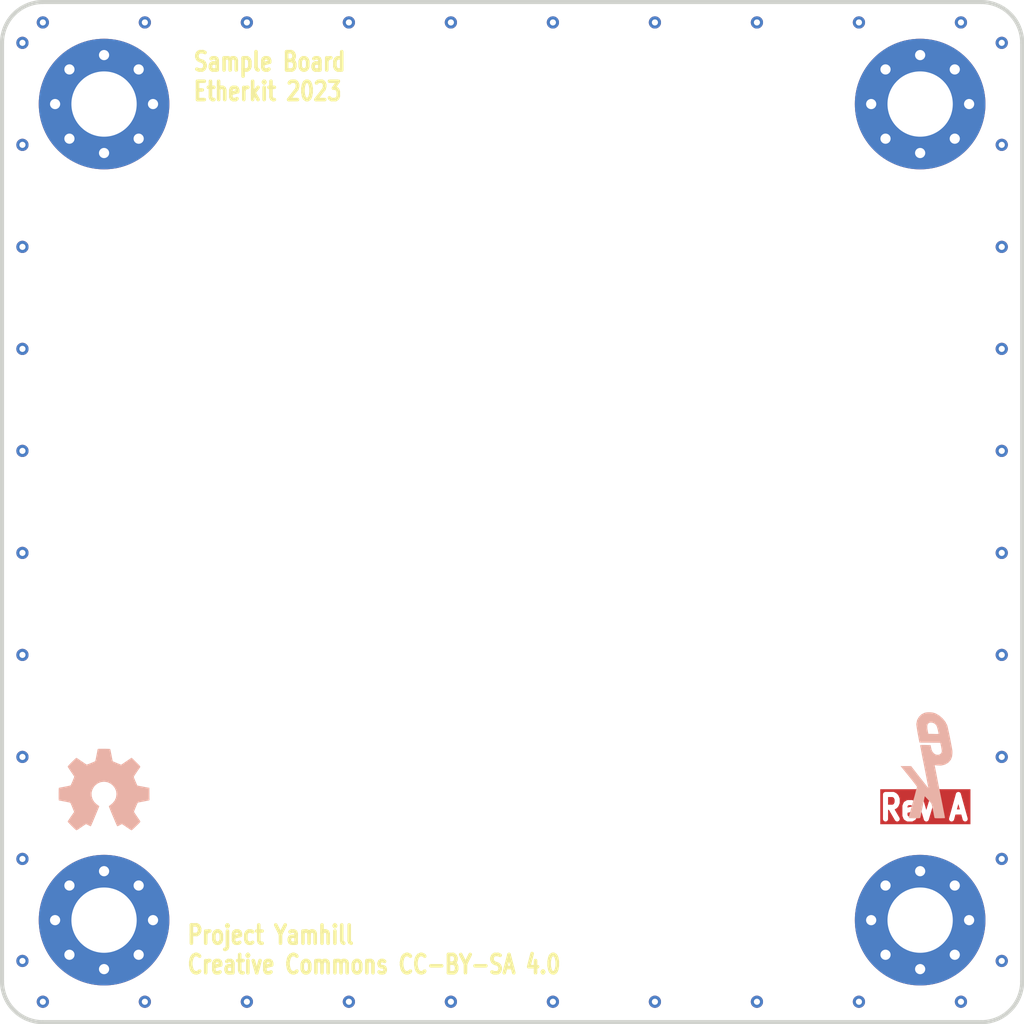
<source format=kicad_pcb>
(kicad_pcb (version 20221018) (generator pcbnew)
  (title_block (title "Project Yamhill") (rev "A") (company "Etherkit"))
  (layers (0 "F.Cu" signal) (31 "B.Cu" signal) (34 "B.Paste" user) (35 "F.Paste" user) (36 "B.SilkS" user "B.Silkscreen") (37 "F.SilkS" user "F.Silkscreen") (38 "B.Mask" user) (39 "F.Mask" user) (44 "Edge.Cuts" user))
  (net 0 "")
  (net 1 "GND")
  (footprint "MountingHole:MountingHole_3.2mm_M3_Pad_Via" (layer "F.Cu") (at 105 55)
    (fp_text reference "H1" hide)
    (fp_text value "MountingHole_Pad" hide)
    (pad "1" thru_hole circle (at -2.4 0) (size 0.8 0.8) (drill 0.5) (layers "*.Cu" "*.Mask") (net 1 "GND"))
    (pad "1" thru_hole circle (at -1.697056 -1.697056) (size 0.8 0.8) (drill 0.5) (layers "*.Cu" "*.Mask") (net 1 "GND"))
    (pad "1" thru_hole circle (at -1.697056 1.697056) (size 0.8 0.8) (drill 0.5) (layers "*.Cu" "*.Mask") (net 1 "GND"))
    (pad "1" thru_hole circle (at 0 -2.4) (size 0.8 0.8) (drill 0.5) (layers "*.Cu" "*.Mask") (net 1 "GND"))
    (pad "1" thru_hole circle (at 0 0) (size 6.4 6.4) (drill 3.2) (layers "*.Cu" "*.Mask") (net 1 "GND"))
    (pad "1" thru_hole circle (at 0 2.4) (size 0.8 0.8) (drill 0.5) (layers "*.Cu" "*.Mask") (net 1 "GND"))
    (pad "1" thru_hole circle (at 1.697056 -1.697056) (size 0.8 0.8) (drill 0.5) (layers "*.Cu" "*.Mask") (net 1 "GND"))
    (pad "1" thru_hole circle (at 1.697056 1.697056) (size 0.8 0.8) (drill 0.5) (layers "*.Cu" "*.Mask") (net 1 "GND"))
    (pad "1" thru_hole circle (at 2.4 0) (size 0.8 0.8) (drill 0.5) (layers "*.Cu" "*.Mask") (net 1 "GND"))
  )
  (footprint "MountingHole:MountingHole_3.2mm_M3_Pad_Via" (layer "F.Cu") (at 145 55)
    (fp_text reference "H2" hide)
    (fp_text value "MountingHole_Pad" hide)
    (pad "1" thru_hole circle (at -2.4 0) (size 0.8 0.8) (drill 0.5) (layers "*.Cu" "*.Mask") (net 1 "GND"))
    (pad "1" thru_hole circle (at -1.697056 -1.697056) (size 0.8 0.8) (drill 0.5) (layers "*.Cu" "*.Mask") (net 1 "GND"))
    (pad "1" thru_hole circle (at -1.697056 1.697056) (size 0.8 0.8) (drill 0.5) (layers "*.Cu" "*.Mask") (net 1 "GND"))
    (pad "1" thru_hole circle (at 0 -2.4) (size 0.8 0.8) (drill 0.5) (layers "*.Cu" "*.Mask") (net 1 "GND"))
    (pad "1" thru_hole circle (at 0 0) (size 6.4 6.4) (drill 3.2) (layers "*.Cu" "*.Mask") (net 1 "GND"))
    (pad "1" thru_hole circle (at 0 2.4) (size 0.8 0.8) (drill 0.5) (layers "*.Cu" "*.Mask") (net 1 "GND"))
    (pad "1" thru_hole circle (at 1.697056 -1.697056) (size 0.8 0.8) (drill 0.5) (layers "*.Cu" "*.Mask") (net 1 "GND"))
    (pad "1" thru_hole circle (at 1.697056 1.697056) (size 0.8 0.8) (drill 0.5) (layers "*.Cu" "*.Mask") (net 1 "GND"))
    (pad "1" thru_hole circle (at 2.4 0) (size 0.8 0.8) (drill 0.5) (layers "*.Cu" "*.Mask") (net 1 "GND"))
  )
  (footprint "MountingHole:MountingHole_3.2mm_M3_Pad_Via" (layer "F.Cu") (at 145 95)
    (fp_text reference "H4" hide)
    (fp_text value "MountingHole_Pad" hide)
    (pad "1" thru_hole circle (at -2.4 0) (size 0.8 0.8) (drill 0.5) (layers "*.Cu" "*.Mask") (net 1 "GND"))
    (pad "1" thru_hole circle (at -1.697056 -1.697056) (size 0.8 0.8) (drill 0.5) (layers "*.Cu" "*.Mask") (net 1 "GND"))
    (pad "1" thru_hole circle (at -1.697056 1.697056) (size 0.8 0.8) (drill 0.5) (layers "*.Cu" "*.Mask") (net 1 "GND"))
    (pad "1" thru_hole circle (at 0 -2.4) (size 0.8 0.8) (drill 0.5) (layers "*.Cu" "*.Mask") (net 1 "GND"))
    (pad "1" thru_hole circle (at 0 0) (size 6.4 6.4) (drill 3.2) (layers "*.Cu" "*.Mask") (net 1 "GND"))
    (pad "1" thru_hole circle (at 0 2.4) (size 0.8 0.8) (drill 0.5) (layers "*.Cu" "*.Mask") (net 1 "GND"))
    (pad "1" thru_hole circle (at 1.697056 -1.697056) (size 0.8 0.8) (drill 0.5) (layers "*.Cu" "*.Mask") (net 1 "GND"))
    (pad "1" thru_hole circle (at 1.697056 1.697056) (size 0.8 0.8) (drill 0.5) (layers "*.Cu" "*.Mask") (net 1 "GND"))
    (pad "1" thru_hole circle (at 2.4 0) (size 0.8 0.8) (drill 0.5) (layers "*.Cu" "*.Mask") (net 1 "GND"))
  )
  (footprint "MountingHole:MountingHole_3.2mm_M3_Pad_Via" (layer "F.Cu") (at 105 95)
    (fp_text reference "H3" hide)
    (fp_text value "MountingHole_Pad" hide)
    (pad "1" thru_hole circle (at -2.4 0) (size 0.8 0.8) (drill 0.5) (layers "*.Cu" "*.Mask") (net 1 "GND"))
    (pad "1" thru_hole circle (at -1.697056 -1.697056) (size 0.8 0.8) (drill 0.5) (layers "*.Cu" "*.Mask") (net 1 "GND"))
    (pad "1" thru_hole circle (at -1.697056 1.697056) (size 0.8 0.8) (drill 0.5) (layers "*.Cu" "*.Mask") (net 1 "GND"))
    (pad "1" thru_hole circle (at 0 -2.4) (size 0.8 0.8) (drill 0.5) (layers "*.Cu" "*.Mask") (net 1 "GND"))
    (pad "1" thru_hole circle (at 0 0) (size 6.4 6.4) (drill 3.2) (layers "*.Cu" "*.Mask") (net 1 "GND"))
    (pad "1" thru_hole circle (at 0 2.4) (size 0.8 0.8) (drill 0.5) (layers "*.Cu" "*.Mask") (net 1 "GND"))
    (pad "1" thru_hole circle (at 1.697056 -1.697056) (size 0.8 0.8) (drill 0.5) (layers "*.Cu" "*.Mask") (net 1 "GND"))
    (pad "1" thru_hole circle (at 1.697056 1.697056) (size 0.8 0.8) (drill 0.5) (layers "*.Cu" "*.Mask") (net 1 "GND"))
    (pad "1" thru_hole circle (at 2.4 0) (size 0.8 0.8) (drill 0.5) (layers "*.Cu" "*.Mask") (net 1 "GND"))
  )
  (footprint "EtherkitKicadLibrary:OSHWLogo4mm" (layer "B.Cu") (at 105 88.6 180)
    (fp_text reference "G***" hide)
    (fp_text value "LOGO" hide)
    (fp_poly (pts (xy -1.34874 -1.99898) (xy -1.32588 -1.98628) (xy -1.27254 -1.95326) (xy -1.19888 -1.905) (xy -1.10998 -1.84658) (xy -1.02362 -1.78562) (xy -0.94996 -1.73736) (xy -0.89916 -1.70434) (xy -0.87884 -1.69418) (xy -0.86614 -1.69672) (xy -0.8255 -1.71704) (xy -0.76454 -1.75006) (xy -0.72898 -1.76784) (xy -0.6731 -1.7907) (xy -0.64516 -1.79578) (xy -0.64008 -1.78816) (xy -0.61976 -1.74752) (xy -0.58928 -1.67386) (xy -0.5461 -1.57734) (xy -0.49784 -1.46304) (xy -0.44704 -1.34112) (xy -0.3937 -1.2192) (xy -0.34544 -1.09982) (xy -0.30226 -0.99314) (xy -0.2667 -0.90678) (xy -0.24384 -0.84582) (xy -0.23622 -0.82042) (xy -0.23876 -0.81534) (xy -0.2667 -0.7874) (xy -0.31496 -0.75184) (xy -0.4191 -0.66548) (xy -0.52324 -0.53594) (xy -0.58674 -0.38862) (xy -0.6096 -0.22352) (xy -0.59182 -0.07366) (xy -0.53086 0.07112) (xy -0.42926 0.2032) (xy -0.3048 0.29972) (xy -0.16256 0.36322) (xy 0 0.38354) (xy 0.15494 0.36576) (xy 0.30226 0.30734) (xy 0.43434 0.20574) (xy 0.49022 0.14224) (xy 0.56642 0.01016) (xy 0.6096 -0.13208) (xy 0.61468 -0.16764) (xy 0.60706 -0.32512) (xy 0.56134 -0.47498) (xy 0.48006 -0.60706) (xy 0.36576 -0.71882) (xy 0.35052 -0.72898) (xy 0.29718 -0.76708) (xy 0.26162 -0.79502) (xy 0.23368 -0.81788) (xy 0.4318 -1.29794) (xy 0.46482 -1.37414) (xy 0.51816 -1.50368) (xy 0.56642 -1.61798) (xy 0.60706 -1.70688) (xy 0.63246 -1.76784) (xy 0.64516 -1.7907) (xy 0.64516 -1.79324) (xy 0.66294 -1.79578) (xy 0.6985 -1.78308) (xy 0.76708 -1.75006) (xy 0.81026 -1.7272) (xy 0.86106 -1.7018) (xy 0.88392 -1.69418) (xy 0.90424 -1.70434) (xy 0.9525 -1.73482) (xy 1.02362 -1.78308) (xy 1.10998 -1.8415) (xy 1.19126 -1.89738) (xy 1.26492 -1.94564) (xy 1.3208 -1.9812) (xy 1.3462 -1.99644) (xy 1.35128 -1.99644) (xy 1.37414 -1.98374) (xy 1.41732 -1.94564) (xy 1.48336 -1.88468) (xy 1.5748 -1.79324) (xy 1.59004 -1.78054) (xy 1.66624 -1.7018) (xy 1.7272 -1.6383) (xy 1.76784 -1.59258) (xy 1.78308 -1.56972) (xy 1.77038 -1.54432) (xy 1.73482 -1.49098) (xy 1.68656 -1.41478) (xy 1.6256 -1.32588) (xy 1.46558 -1.09474) (xy 1.55448 -0.8763) (xy 1.57988 -0.81026) (xy 1.61544 -0.72898) (xy 1.64084 -0.6731) (xy 1.65354 -0.6477) (xy 1.6764 -0.63754) (xy 1.73482 -0.62484) (xy 1.82118 -0.60706) (xy 1.92532 -0.58674) (xy 2.02438 -0.56896) (xy 2.11074 -0.55118) (xy 2.17678 -0.53848) (xy 2.20472 -0.5334) (xy 2.21234 -0.53086) (xy 2.21742 -0.51562) (xy 2.21996 -0.48514) (xy 2.2225 -0.4318) (xy 2.22504 -0.34798) (xy 2.22504 -0.22352) (xy 2.22504 -0.21082) (xy 2.2225 -0.09398) (xy 2.2225 0) (xy 2.21742 0.05842) (xy 2.21488 0.08382) (xy 2.18694 0.0889) (xy 2.12344 0.10414) (xy 2.03454 0.11938) (xy 1.9304 0.1397) (xy 1.92278 0.14224) (xy 1.81864 0.16256) (xy 1.72974 0.18034) (xy 1.66878 0.19558) (xy 1.64084 0.2032) (xy 1.63576 0.21082) (xy 1.61544 0.25146) (xy 1.58496 0.3175) (xy 1.5494 0.39624) (xy 1.51638 0.48006) (xy 1.4859 0.55372) (xy 1.46558 0.6096) (xy 1.4605 0.635) (xy 1.47574 0.6604) (xy 1.5113 0.71374) (xy 1.5621 0.78994) (xy 1.6256 0.87884) (xy 1.62814 0.88646) (xy 1.6891 0.97536) (xy 1.7399 1.05156) (xy 1.77038 1.1049) (xy 1.78308 1.12776) (xy 1.78308 1.1303) (xy 1.76276 1.1557) (xy 1.71704 1.2065) (xy 1.65354 1.27508) (xy 1.5748 1.35382) (xy 1.5494 1.37922) (xy 1.46304 1.46304) (xy 1.40462 1.51892) (xy 1.36652 1.54686) (xy 1.34874 1.55448) (xy 1.3208 1.5367) (xy 1.26492 1.50114) (xy 1.18872 1.4478) (xy 1.09728 1.38684) (xy 1.0922 1.3843) (xy 1.0033 1.32334) (xy 0.92964 1.27254) (xy 0.8763 1.23698) (xy 0.85344 1.22428) (xy 0.84836 1.22428) (xy 0.8128 1.23444) (xy 0.7493 1.2573) (xy 0.6731 1.28778) (xy 0.58928 1.3208) (xy 0.51562 1.35128) (xy 0.45974 1.37668) (xy 0.4318 1.39192) (xy 0.4318 1.39446) (xy 0.42164 1.42494) (xy 0.4064 1.49098) (xy 0.38862 1.58242) (xy 0.3683 1.69164) (xy 0.36322 1.70942) (xy 0.3429 1.8161) (xy 0.32766 1.90246) (xy 0.31496 1.96342) (xy 0.30734 1.98882) (xy 0.2921 1.99136) (xy 0.2413 1.99644) (xy 0.16256 1.99898) (xy 0.06604 1.99898) (xy -0.03302 1.99898) (xy -0.13208 1.99644) (xy -0.2159 1.9939) (xy -0.27432 1.98882) (xy -0.29972 1.98374) (xy -0.30226 1.98374) (xy -0.30988 1.95072) (xy -0.32512 1.88468) (xy -0.3429 1.7907) (xy -0.36576 1.68148) (xy -0.3683 1.6637) (xy -0.38862 1.55702) (xy -0.4064 1.47066) (xy -0.4191 1.4097) (xy -0.42672 1.38684) (xy -0.43434 1.38176) (xy -0.48006 1.36398) (xy -0.55118 1.3335) (xy -0.63754 1.29794) (xy -0.84074 1.21666) (xy -1.0922 1.38684) (xy -1.11506 1.40208) (xy -1.20396 1.46304) (xy -1.27762 1.51384) (xy -1.32842 1.54686) (xy -1.35128 1.55702) (xy -1.37668 1.53416) (xy -1.42748 1.48844) (xy -1.49352 1.4224) (xy -1.57226 1.34366) (xy -1.63068 1.28778) (xy -1.69926 1.21666) (xy -1.74498 1.1684) (xy -1.76784 1.13792) (xy -1.77546 1.12014) (xy -1.77292 1.10744) (xy -1.75768 1.08204) (xy -1.72212 1.0287) (xy -1.66878 0.9525) (xy -1.60782 0.8636) (xy -1.55956 0.78994) (xy -1.50368 0.70612) (xy -1.46812 0.64516) (xy -1.45796 0.61722) (xy -1.4605 0.60452) (xy -1.47828 0.55626) (xy -1.50622 0.4826) (xy -1.54432 0.3937) (xy -1.63068 0.19558) (xy -1.76022 0.17018) (xy -1.83896 0.15748) (xy -1.95072 0.13462) (xy -2.05486 0.1143) (xy -2.21996 0.08382) (xy -2.22504 -0.51816) (xy -2.19964 -0.52832) (xy -2.17424 -0.53594) (xy -2.11328 -0.54864) (xy -2.02692 -0.56642) (xy -1.92532 -0.58674) (xy -1.83896 -0.60198) (xy -1.75006 -0.61976) (xy -1.68656 -0.63246) (xy -1.65862 -0.63754) (xy -1.651 -0.6477) (xy -1.63068 -0.68834) (xy -1.59766 -0.75692) (xy -1.56464 -0.8382) (xy -1.52908 -0.92202) (xy -1.4986 -1.00076) (xy -1.47574 -1.05918) (xy -1.46812 -1.0922) (xy -1.48082 -1.11506) (xy -1.51384 -1.16586) (xy -1.5621 -1.23952) (xy -1.62052 -1.32588) (xy -1.68148 -1.41478) (xy -1.73228 -1.48844) (xy -1.7653 -1.54178) (xy -1.78054 -1.56718) (xy -1.77292 -1.58496) (xy -1.7399 -1.6256) (xy -1.67386 -1.69418) (xy -1.5748 -1.7907) (xy -1.55956 -1.80594) (xy -1.48082 -1.88214) (xy -1.41478 -1.9431) (xy -1.36906 -1.98374) (xy -1.34874 -1.99898)) (stroke (width 0.00254)) (fill solid) (layer "B.SilkS"))
  )
  (footprint "EtherkitKicadLibrary:EtherkitLogoSmall" (layer "B.Cu") (at 145.3 87.4 180)
    (fp_text reference "Ref**" hide)
    (fp_text value "Val**" hide)
    (fp_poly (pts (xy 0.58166 -2.60604) (xy 0.6223 -2.60604) (xy 0.7493 -2.6035) (xy 0.83312 -2.59842) (xy 0.8636 -2.5908) (xy 0.85852 -2.57048) (xy 0.84074 -2.49936) (xy 0.80772 -2.37998) (xy 0.76708 -2.22504) (xy 0.71628 -2.03962) (xy 0.61722 -1.67894) (xy 0.56388 -1.48844) (xy 0.5207 -1.3208) (xy 0.48514 -1.19126) (xy 0.46228 -1.10236) (xy 0.45466 -1.0668) (xy 0.45466 -1.06426) (xy 0.4826 -1.02362) (xy 0.54102 -0.94234) (xy 0.62738 -0.83058) (xy 0.73406 -0.69596) (xy 0.85598 -0.54356) (xy 1.2573 -0.04826) (xy 0.74422 -0.04826) (xy 0.32258 -0.58928) (xy 0.2667 -0.65786) (xy 0.14986 -0.80772) (xy 0.04826 -0.93726) (xy -0.03302 -1.03886) (xy -0.08382 -1.10236) (xy -0.10414 -1.12522) (xy -0.1016 -1.10998) (xy -0.0889 -1.03886) (xy -0.06604 -0.91948) (xy -0.03556 -0.75946) (xy 0.00254 -0.56134) (xy 0.04572 -0.33782) (xy 0.09398 -0.09398) (xy 0.127 0.07874) (xy 0.17526 0.31242) (xy 0.2159 0.5207) (xy 0.24892 0.6985) (xy 0.27432 0.83566) (xy 0.2921 0.92456) (xy 0.29718 0.96266) (xy 0.29718 0.97028) (xy 0.28448 0.98044) (xy 0.24638 0.98552) (xy 0.17018 0.98552) (xy 0.04318 0.98552) (xy -0.21082 0.98044) (xy -0.23622 0.85598) (xy -0.26416 0.73914) (xy -0.3048 0.65532) (xy -0.36322 0.58674) (xy -0.40386 0.55118) (xy -0.47498 0.51308) (xy -0.56388 0.50292) (xy -0.56896 0.50292) (xy -0.64008 0.51308) (xy -0.6985 0.55118) (xy -0.70866 0.56134) (xy -0.74676 0.6096) (xy -0.762 0.66802) (xy -0.75438 0.75946) (xy -0.73152 0.89408) (xy -0.7112 0.98552) (xy -0.69596 1.06172) (xy -0.69088 1.0922) (xy -0.67564 1.09474) (xy -0.6096 1.09474) (xy -0.53594 1.09728) (xy -0.53594 1.524) (xy -0.58674 1.52908) (xy -0.60452 1.5367) (xy -0.60706 1.5494) (xy -0.60198 1.56464) (xy -0.58674 1.63068) (xy -0.56642 1.72466) (xy -0.55626 1.7653) (xy -0.52832 1.86436) (xy -0.50038 1.93294) (xy -0.49276 1.94564) (xy -0.42164 2.02438) (xy -0.32512 2.07264) (xy -0.22098 2.08788) (xy -0.13208 2.06756) (xy -0.06858 2.0066) (xy -0.06604 2.00152) (xy -0.04826 1.91262) (xy -0.05334 1.78816) (xy -0.0762 1.64846) (xy -0.10414 1.53162) (xy -0.35814 1.52654) (xy -0.44196 1.524) (xy -0.53594 1.524) (xy -0.53594 1.09728) (xy -0.49784 1.09728) (xy -0.35306 1.09728) (xy -0.18034 1.09982) (xy 0.32766 1.09982) (xy 0.33782 1.13538) (xy 0.34036 1.143) (xy 0.36322 1.24968) (xy 0.38862 1.38938) (xy 0.41656 1.54178) (xy 0.4445 1.69418) (xy 0.46482 1.8288) (xy 0.48006 1.93548) (xy 0.48768 1.9939) (xy 0.48514 2.02438) (xy 0.44958 2.20472) (xy 0.36068 2.3622) (xy 0.23368 2.4892) (xy 0.07366 2.5654) (xy 0.05588 2.57048) (xy -0.0635 2.58826) (xy -0.2032 2.58826) (xy -0.32766 2.57302) (xy -0.44704 2.53746) (xy -0.62992 2.43586) (xy -0.79756 2.29362) (xy -0.93472 2.12598) (xy -1.0287 1.94564) (xy -1.03632 1.92278) (xy -1.05664 1.83388) (xy -1.08458 1.70434) (xy -1.12014 1.54686) (xy -1.1557 1.3716) (xy -1.19126 1.19126) (xy -1.22428 1.01854) (xy -1.25222 0.86868) (xy -1.27254 0.75184) (xy -1.2827 0.68072) (xy -1.2827 0.57912) (xy -1.26238 0.41402) (xy -1.21158 0.27686) (xy -1.19126 0.24384) (xy -1.07442 0.1143) (xy -0.91694 0.02286) (xy -0.73406 -0.02286) (xy -0.53848 -0.01778) (xy -0.51562 -0.01524) (xy -0.4445 -0.00508) (xy -0.41402 -0.00508) (xy -0.41402 -0.0127) (xy -0.42418 -0.07366) (xy -0.44704 -0.18542) (xy -0.47752 -0.34036) (xy -0.51562 -0.53848) (xy -0.5588 -0.76708) (xy -0.6096 -1.02108) (xy -0.69342 -1.43764) (xy -0.74676 -1.7018) (xy -0.79502 -1.94564) (xy -0.83566 -2.159) (xy -0.87122 -2.33934) (xy -0.89662 -2.47396) (xy -0.91186 -2.56286) (xy -0.9144 -2.59334) (xy -0.91186 -2.59588) (xy -0.86614 -2.60096) (xy -0.77724 -2.6035) (xy -0.65786 -2.60604) (xy -0.55372 -2.60604) (xy -0.4699 -2.6035) (xy -0.42672 -2.59842) (xy -0.4064 -2.58826) (xy -0.40132 -2.57048) (xy -0.39624 -2.54508) (xy -0.37846 -2.46634) (xy -0.35814 -2.35204) (xy -0.3302 -2.21488) (xy -0.32258 -2.17424) (xy -0.28702 -2.01168) (xy -0.25908 -1.91008) (xy -0.23876 -1.86182) (xy -0.2286 -1.85166) (xy -0.1524 -1.7653) (xy -0.07366 -1.6764) (xy 0 -1.6002) (xy 0.0508 -1.54686) (xy 0.07112 -1.52654) (xy 0.0762 -1.54178) (xy 0.09144 -1.60782) (xy 0.1143 -1.71958) (xy 0.14478 -1.86436) (xy 0.1778 -2.032) (xy 0.2032 -2.14884) (xy 0.23622 -2.30632) (xy 0.26162 -2.4384) (xy 0.28194 -2.52984) (xy 0.28956 -2.57048) (xy 0.2921 -2.57302) (xy 0.29718 -2.58826) (xy 0.3175 -2.59842) (xy 0.36322 -2.6035) (xy 0.44704 -2.60604) (xy 0.58166 -2.60604)) (stroke (width 0.00254)) (fill solid) (layer "B.SilkS"))
  )
  (gr_line (start 148 100) (end 102 100) (stroke (width 0.2)) (layer "Edge.Cuts"))
  (gr_arc (start 102 100) (mid 100.585786 99.414214) (end 100 98) (stroke (width 0.2)) (layer "Edge.Cuts"))
  (gr_arc (start 148 50) (mid 149.414214 50.585786) (end 150 52) (stroke (width 0.2)) (layer "Edge.Cuts"))
  (gr_arc (start 100 52) (mid 100.585786 50.585786) (end 102 50) (stroke (width 0.2)) (layer "Edge.Cuts"))
  (gr_line (start 100 98) (end 100 52) (stroke (width 0.2)) (layer "Edge.Cuts"))
  (gr_line (start 102 50) (end 148 50) (stroke (width 0.2)) (layer "Edge.Cuts"))
  (gr_arc (start 150 98) (mid 149.414214 99.414214) (end 148 100) (stroke (width 0.2)) (layer "Edge.Cuts"))
  (gr_line (start 150 52) (end 150 98) (stroke (width 0.2)) (layer "Edge.Cuts"))
  (gr_text "Rev A" (at 142.9 90.2) (layer "F.Cu" knockout) (effects (font (size 1.2 1) (thickness 0.25) bold) (justify left bottom)))
  (gr_text "Project Yamhill\nCreative Commons CC-BY-SA 4.0" (at 109 97.7) (layer "F.SilkS") (effects (font (size 0.9 0.7) (thickness 0.175) bold) (justify left bottom)))
  (gr_text "Sample Board\nEtherkit 2023" (at 109.3 54.9) (layer "F.SilkS") (effects (font (size 0.9 0.7) (thickness 0.175) bold) (justify left bottom)))
  (via (at 122 99) (size 0.6) (drill 0.3) (layers "F.Cu" "B.Cu") (net 1))
  (via (at 142 99) (size 0.6) (drill 0.3) (layers "F.Cu" "B.Cu") (net 1))
  (via (at 149 87) (size 0.6) (drill 0.3) (layers "F.Cu" "B.Cu") (net 1))
  (via (at 147 51) (size 0.6) (drill 0.3) (layers "F.Cu" "B.Cu") (net 1))
  (via (at 101 87) (size 0.6) (drill 0.3) (layers "F.Cu" "B.Cu") (net 1))
  (via (at 149 77) (size 0.6) (drill 0.3) (layers "F.Cu" "B.Cu") (net 1))
  (via (at 101 72) (size 0.6) (drill 0.3) (layers "F.Cu" "B.Cu") (net 1))
  (via (at 122 51) (size 0.6) (drill 0.3) (layers "F.Cu" "B.Cu") (net 1))
  (via (at 112 99) (size 0.6) (drill 0.3) (layers "F.Cu" "B.Cu") (net 1))
  (via (at 142 51) (size 0.6) (drill 0.3) (layers "F.Cu" "B.Cu") (net 1))
  (via (at 127 51) (size 0.6) (drill 0.3) (layers "F.Cu" "B.Cu") (net 1))
  (via (at 149 67) (size 0.6) (drill 0.3) (layers "F.Cu" "B.Cu") (net 1))
  (via (at 149 97) (size 0.6) (drill 0.3) (layers "F.Cu" "B.Cu") (net 1))
  (via (at 149 52) (size 0.6) (drill 0.3) (layers "F.Cu" "B.Cu") (net 1))
  (via (at 149 82) (size 0.6) (drill 0.3) (layers "F.Cu" "B.Cu") (net 1))
  (via (at 101 57) (size 0.6) (drill 0.3) (layers "F.Cu" "B.Cu") (net 1))
  (via (at 101 52) (size 0.6) (drill 0.3) (layers "F.Cu" "B.Cu") (net 1))
  (via (at 107 99) (size 0.6) (drill 0.3) (layers "F.Cu" "B.Cu") (net 1))
  (via (at 132 51) (size 0.6) (drill 0.3) (layers "F.Cu" "B.Cu") (net 1))
  (via (at 117 51) (size 0.6) (drill 0.3) (layers "F.Cu" "B.Cu") (net 1))
  (via (at 127 99) (size 0.6) (drill 0.3) (layers "F.Cu" "B.Cu") (net 1))
  (via (at 102 51) (size 0.6) (drill 0.3) (layers "F.Cu" "B.Cu") (net 1))
  (via (at 149 72) (size 0.6) (drill 0.3) (layers "F.Cu" "B.Cu") (net 1))
  (via (at 137 99) (size 0.6) (drill 0.3) (layers "F.Cu" "B.Cu") (net 1))
  (via (at 101 62) (size 0.6) (drill 0.3) (layers "F.Cu" "B.Cu") (net 1))
  (via (at 101 67) (size 0.6) (drill 0.3) (layers "F.Cu" "B.Cu") (net 1))
  (via (at 112 51) (size 0.6) (drill 0.3) (layers "F.Cu" "B.Cu") (net 1))
  (via (at 107 51) (size 0.6) (drill 0.3) (layers "F.Cu" "B.Cu") (net 1))
  (via (at 149 62) (size 0.6) (drill 0.3) (layers "F.Cu" "B.Cu") (net 1))
  (via (at 149 57) (size 0.6) (drill 0.3) (layers "F.Cu" "B.Cu") (net 1))
  (via (at 137 51) (size 0.6) (drill 0.3) (layers "F.Cu" "B.Cu") (net 1))
  (via (at 101 82) (size 0.6) (drill 0.3) (layers "F.Cu" "B.Cu") (net 1))
  (via (at 149 92) (size 0.6) (drill 0.3) (layers "F.Cu" "B.Cu") (net 1))
  (via (at 132 99) (size 0.6) (drill 0.3) (layers "F.Cu" "B.Cu") (net 1))
  (via (at 101 97) (size 0.6) (drill 0.3) (layers "F.Cu" "B.Cu") (net 1))
  (via (at 102 99) (size 0.6) (drill 0.3) (layers "F.Cu" "B.Cu") (net 1))
  (via (at 147 99) (size 0.6) (drill 0.3) (layers "F.Cu" "B.Cu") (net 1))
  (via (at 101 92) (size 0.6) (drill 0.3) (layers "F.Cu" "B.Cu") (net 1))
  (via (at 101 77) (size 0.6) (drill 0.3) (layers "F.Cu" "B.Cu") (net 1))
  (via (at 117 99) (size 0.6) (drill 0.3) (layers "F.Cu" "B.Cu") (net 1))
)
</source>
